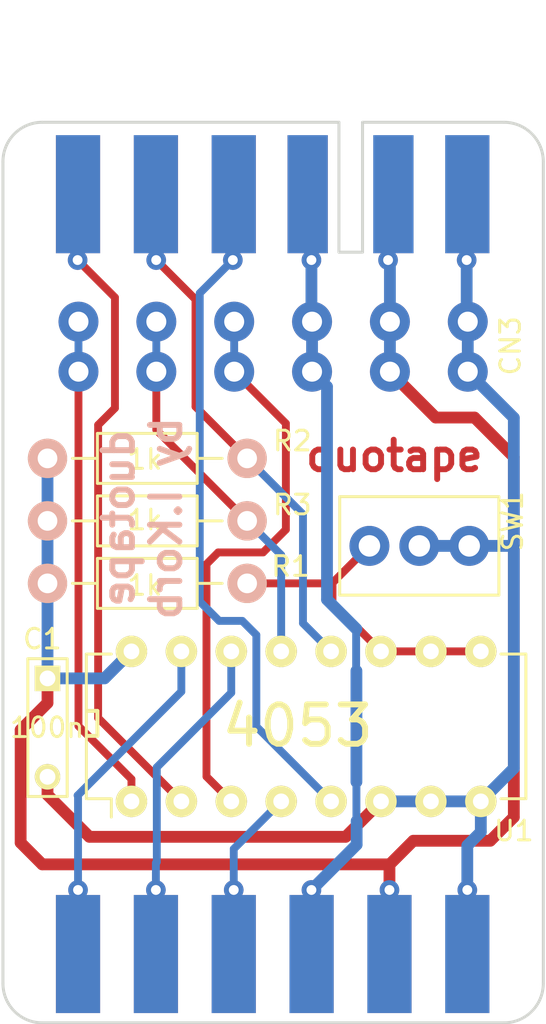
<source format=kicad_pcb>
(kicad_pcb (version 4) (host pcbnew 4.0.5)

  (general
    (links 50)
    (no_connects 0)
    (area 109.924999 66.776285 138.9744 120.825001)
    (thickness 1.6)
    (drawings 18)
    (tracks 158)
    (zones 0)
    (modules 9)
    (nets 14)
  )

  (page A4)
  (layers
    (0 F.Cu signal)
    (31 B.Cu signal)
    (32 B.Adhes user)
    (33 F.Adhes user)
    (34 B.Paste user)
    (35 F.Paste user)
    (36 B.SilkS user)
    (37 F.SilkS user)
    (38 B.Mask user)
    (39 F.Mask user)
    (40 Dwgs.User user)
    (41 Cmts.User user)
    (42 Eco1.User user)
    (43 Eco2.User user)
    (44 Edge.Cuts user)
    (45 Margin user)
    (46 B.CrtYd user)
    (47 F.CrtYd user)
    (48 B.Fab user)
    (49 F.Fab user)
  )

  (setup
    (last_trace_width 0.4)
    (trace_clearance 0.25)
    (zone_clearance 0.508)
    (zone_45_only no)
    (trace_min 0.2)
    (segment_width 0.2)
    (edge_width 0.15)
    (via_size 1)
    (via_drill 0.5)
    (via_min_size 0.4)
    (via_min_drill 0.3)
    (uvia_size 0.3)
    (uvia_drill 0.1)
    (uvias_allowed no)
    (uvia_min_size 0.2)
    (uvia_min_drill 0.1)
    (pcb_text_width 0.3)
    (pcb_text_size 1.5 1.5)
    (mod_edge_width 0.15)
    (mod_text_size 1 1)
    (mod_text_width 0.15)
    (pad_size 2.05 6)
    (pad_drill 0)
    (pad_to_mask_clearance 0.2)
    (aux_axis_origin 0 0)
    (visible_elements 7FFFFFFF)
    (pcbplotparams
      (layerselection 0x010f0_80000001)
      (usegerberextensions true)
      (excludeedgelayer true)
      (linewidth 0.100000)
      (plotframeref false)
      (viasonmask false)
      (mode 1)
      (useauxorigin false)
      (hpglpennumber 1)
      (hpglpenspeed 20)
      (hpglpendiameter 15)
      (hpglpenoverlay 2)
      (psnegative false)
      (psa4output false)
      (plotreference true)
      (plotvalue true)
      (plotinvisibletext false)
      (padsonsilk false)
      (subtractmaskfromsilk false)
      (outputformat 1)
      (mirror false)
      (drillshape 0)
      (scaleselection 1)
      (outputdirectory gerber/))
  )

  (net 0 "")
  (net 1 +5V)
  (net 2 GND)
  (net 3 /Motor_C64)
  (net 4 /Read_C64)
  (net 5 /Write_C64)
  (net 6 /Sense_C64)
  (net 7 /Read_A)
  (net 8 /Write_A)
  (net 9 /Sense_A)
  (net 10 /Read_B)
  (net 11 /Write_B)
  (net 12 /Sense_B)
  (net 13 "Net-(R1-Pad2)")

  (net_class Default "This is the default net class."
    (clearance 0.25)
    (trace_width 0.4)
    (via_dia 1)
    (via_drill 0.5)
    (uvia_dia 0.3)
    (uvia_drill 0.1)
    (add_net /Read_A)
    (add_net /Read_B)
    (add_net /Read_C64)
    (add_net /Sense_A)
    (add_net /Sense_B)
    (add_net /Sense_C64)
    (add_net /Write_A)
    (add_net /Write_B)
    (add_net /Write_C64)
    (add_net "Net-(R1-Pad2)")
  )

  (net_class Power ""
    (clearance 0.25)
    (trace_width 0.6)
    (via_dia 1)
    (via_drill 0.5)
    (uvia_dia 0.3)
    (uvia_drill 0.1)
    (add_net +5V)
    (add_net /Motor_C64)
    (add_net GND)
  )

  (module Resistors_ThroughHole:Resistor_Horizontal_RM10mm (layer F.Cu) (tedit 5A0B619A) (tstamp 5A0B3E34)
    (at 112.268 92.075)
    (descr "Resistor, Axial,  RM 10mm, 1/3W")
    (tags "Resistor Axial RM 10mm 1/3W")
    (path /5A0B217A)
    (fp_text reference R2 (at 12.46 -0.887) (layer F.SilkS)
      (effects (font (size 1 1) (thickness 0.15)))
    )
    (fp_text value 1k (at 4.95 0.05) (layer F.SilkS)
      (effects (font (size 1 1) (thickness 0.15)))
    )
    (fp_line (start -1.25 -1.5) (end 11.4 -1.5) (layer F.CrtYd) (width 0.05))
    (fp_line (start -1.25 1.5) (end -1.25 -1.5) (layer F.CrtYd) (width 0.05))
    (fp_line (start 11.4 -1.5) (end 11.4 1.5) (layer F.CrtYd) (width 0.05))
    (fp_line (start -1.25 1.5) (end 11.4 1.5) (layer F.CrtYd) (width 0.05))
    (fp_line (start 2.54 -1.27) (end 7.62 -1.27) (layer F.SilkS) (width 0.15))
    (fp_line (start 7.62 -1.27) (end 7.62 1.27) (layer F.SilkS) (width 0.15))
    (fp_line (start 7.62 1.27) (end 2.54 1.27) (layer F.SilkS) (width 0.15))
    (fp_line (start 2.54 1.27) (end 2.54 -1.27) (layer F.SilkS) (width 0.15))
    (fp_line (start 2.54 0) (end 1.27 0) (layer F.SilkS) (width 0.15))
    (fp_line (start 7.62 0) (end 8.89 0) (layer F.SilkS) (width 0.15))
    (pad 1 thru_hole circle (at 0 0) (size 1.99898 1.99898) (drill 1.00076) (layers *.Cu *.SilkS *.Mask)
      (net 1 +5V))
    (pad 2 thru_hole circle (at 10.16 0) (size 1.99898 1.99898) (drill 1.00076) (layers *.Cu *.SilkS *.Mask)
      (net 8 /Write_A))
    (model Resistors_ThroughHole.3dshapes/Resistor_Horizontal_RM10mm.wrl
      (at (xyz 0 0 0))
      (scale (xyz 0.4 0.4 0.4))
      (rotate (xyz 0 0 0))
    )
  )

  (module edgeconn_6x2:EDGECONN_6x2_IMP placed (layer F.Cu) (tedit 52765309) (tstamp 5A0B3E04)
    (at 123.6 117 180)
    (path /5A0B4018)
    (fp_text reference CN1 (at 0 4.5 180) (layer F.SilkS) hide
      (effects (font (size 1 1) (thickness 0.15)))
    )
    (fp_text value EDGECONN_6X2 (at -14.2494 5.588 270) (layer F.SilkS) hide
      (effects (font (size 1 1) (thickness 0.15)))
    )
    (pad 1 smd rect (at -10.033 -0.254 180) (size 2.25 6) (layers F.Cu F.Paste F.Mask)
      (net 2 GND))
    (pad 2 smd rect (at -6.0706 -0.254 180) (size 2.25 6) (layers F.Cu F.Paste F.Mask)
      (net 1 +5V))
    (pad 3 smd rect (at -2.1082 -0.254 180) (size 2.25 6) (layers F.Cu F.Paste F.Mask)
      (net 3 /Motor_C64))
    (pad 4 smd rect (at 1.8542 -0.254 180) (size 2.25 6) (layers F.Cu F.Paste F.Mask)
      (net 4 /Read_C64))
    (pad 5 smd rect (at 5.8166 -0.254 180) (size 2.25 6) (layers F.Cu F.Paste F.Mask)
      (net 5 /Write_C64))
    (pad 6 smd rect (at 9.779 -0.254 180) (size 2.25 6) (layers F.Cu F.Paste F.Mask)
      (net 6 /Sense_C64))
    (pad A smd rect (at -10.033 -0.254 180) (size 2.25 6) (layers B.Cu B.Paste B.Mask)
      (net 2 GND))
    (pad B smd rect (at -6.0706 -0.254 180) (size 2.25 6) (layers B.Cu B.Paste B.Mask)
      (net 1 +5V))
    (pad C smd rect (at -2.1082 -0.254 180) (size 2.25 6) (layers B.Cu B.Paste B.Mask)
      (net 3 /Motor_C64))
    (pad D smd rect (at 1.8542 -0.254 180) (size 2.25 6) (layers B.Cu B.Paste B.Mask)
      (net 4 /Read_C64))
    (pad E smd rect (at 5.8166 -0.254 180) (size 2.25 6) (layers B.Cu B.Paste B.Mask)
      (net 5 /Write_C64))
    (pad F smd rect (at 9.779 -0.254 180) (size 2.25 6) (layers B.Cu B.Paste B.Mask)
      (net 6 /Sense_C64))
  )

  (module Capacitors_ThroughHole:C_Rect_L7_W2_P5 (layer F.Cu) (tedit 5A0B617E) (tstamp 5A0B3DF4)
    (at 112.268 103.251 270)
    (descr "Film Capacitor Length 7 x Width 2mm, Pitch 5mm")
    (tags Capacitor)
    (path /5A0B20F7)
    (fp_text reference C1 (at -2.001 0.268 360) (layer F.SilkS)
      (effects (font (size 1 1) (thickness 0.15)))
    )
    (fp_text value 100n (at 2.5 0.018 360) (layer F.SilkS)
      (effects (font (size 1 1) (thickness 0.15)))
    )
    (fp_line (start -1.25 -1.25) (end 6.25 -1.25) (layer F.CrtYd) (width 0.05))
    (fp_line (start 6.25 -1.25) (end 6.25 1.25) (layer F.CrtYd) (width 0.05))
    (fp_line (start 6.25 1.25) (end -1.25 1.25) (layer F.CrtYd) (width 0.05))
    (fp_line (start -1.25 1.25) (end -1.25 -1.25) (layer F.CrtYd) (width 0.05))
    (fp_line (start -1 -1) (end 6 -1) (layer F.SilkS) (width 0.15))
    (fp_line (start 6 -1) (end 6 1) (layer F.SilkS) (width 0.15))
    (fp_line (start 6 1) (end -1 1) (layer F.SilkS) (width 0.15))
    (fp_line (start -1 1) (end -1 -1) (layer F.SilkS) (width 0.15))
    (pad 1 thru_hole rect (at 0 0 270) (size 1.3 1.3) (drill 0.8) (layers *.Cu *.Mask F.SilkS)
      (net 1 +5V))
    (pad 2 thru_hole circle (at 5 0 270) (size 1.3 1.3) (drill 0.8) (layers *.Cu *.Mask F.SilkS)
      (net 2 GND))
    (model Capacitors_ThroughHole.3dshapes/C_Rect_L7_W2_P5.wrl
      (at (xyz 0.098425 0 0))
      (scale (xyz 1 1 1))
      (rotate (xyz 0 0 0))
    )
  )

  (module edgeconn_6x2:EDGECONN_6x2_IMP placed (layer F.Cu) (tedit 5A0B60AD) (tstamp 5A0B3E14)
    (at 123.6 78.4 180)
    (path /5A0B4998)
    (fp_text reference CN2 (at 0 4.5 180) (layer F.SilkS) hide
      (effects (font (size 1 1) (thickness 0.15)))
    )
    (fp_text value EDGECONN_6X2 (at -14.2494 5.588 270) (layer F.SilkS) hide
      (effects (font (size 1 1) (thickness 0.15)))
    )
    (pad 1 smd rect (at -10.033 -0.254 180) (size 2.25 6) (layers F.Cu F.Paste F.Mask)
      (net 2 GND))
    (pad 2 smd rect (at -6.0706 -0.254 180) (size 2.05 6) (drill (offset -0.2 0)) (layers F.Cu F.Paste F.Mask)
      (net 1 +5V))
    (pad 3 smd rect (at -2.1082 -0.254 180) (size 2.05 6) (drill (offset 0.2 0)) (layers F.Cu F.Paste F.Mask)
      (net 3 /Motor_C64))
    (pad 4 smd rect (at 1.8542 -0.254 180) (size 2.25 6) (layers F.Cu F.Paste F.Mask)
      (net 7 /Read_A))
    (pad 5 smd rect (at 5.8166 -0.254 180) (size 2.25 6) (layers F.Cu F.Paste F.Mask)
      (net 8 /Write_A))
    (pad 6 smd rect (at 9.779 -0.254 180) (size 2.25 6) (layers F.Cu F.Paste F.Mask)
      (net 9 /Sense_A))
    (pad A smd rect (at -10.033 -0.254 180) (size 2.25 6) (layers B.Cu B.Paste B.Mask)
      (net 2 GND))
    (pad B smd rect (at -6.0706 -0.254 180) (size 2.05 6) (drill (offset -0.2 0)) (layers B.Cu B.Paste B.Mask)
      (net 1 +5V))
    (pad C smd rect (at -2.1082 -0.254 180) (size 2.05 6) (drill (offset 0.2 0)) (layers B.Cu B.Paste B.Mask)
      (net 3 /Motor_C64))
    (pad D smd rect (at 1.8542 -0.254 180) (size 2.25 6) (layers B.Cu B.Paste B.Mask)
      (net 7 /Read_A))
    (pad E smd rect (at 5.8166 -0.254 180) (size 2.25 6) (layers B.Cu B.Paste B.Mask)
      (net 8 /Write_A))
    (pad F smd rect (at 9.779 -0.254 180) (size 2.25 6) (layers B.Cu B.Paste B.Mask)
      (net 9 /Sense_A))
  )

  (module Resistors_ThroughHole:Resistor_Horizontal_RM10mm (layer F.Cu) (tedit 5A0B61A1) (tstamp 5A0B3E2E)
    (at 112.268 98.425)
    (descr "Resistor, Axial,  RM 10mm, 1/3W")
    (tags "Resistor Axial RM 10mm 1/3W")
    (path /5A0B22DF)
    (fp_text reference R1 (at 12.37 -0.864) (layer F.SilkS)
      (effects (font (size 1 1) (thickness 0.15)))
    )
    (fp_text value 1k (at 4.95 0.1) (layer F.SilkS)
      (effects (font (size 1 1) (thickness 0.15)))
    )
    (fp_line (start -1.25 -1.5) (end 11.4 -1.5) (layer F.CrtYd) (width 0.05))
    (fp_line (start -1.25 1.5) (end -1.25 -1.5) (layer F.CrtYd) (width 0.05))
    (fp_line (start 11.4 -1.5) (end 11.4 1.5) (layer F.CrtYd) (width 0.05))
    (fp_line (start -1.25 1.5) (end 11.4 1.5) (layer F.CrtYd) (width 0.05))
    (fp_line (start 2.54 -1.27) (end 7.62 -1.27) (layer F.SilkS) (width 0.15))
    (fp_line (start 7.62 -1.27) (end 7.62 1.27) (layer F.SilkS) (width 0.15))
    (fp_line (start 7.62 1.27) (end 2.54 1.27) (layer F.SilkS) (width 0.15))
    (fp_line (start 2.54 1.27) (end 2.54 -1.27) (layer F.SilkS) (width 0.15))
    (fp_line (start 2.54 0) (end 1.27 0) (layer F.SilkS) (width 0.15))
    (fp_line (start 7.62 0) (end 8.89 0) (layer F.SilkS) (width 0.15))
    (pad 1 thru_hole circle (at 0 0) (size 1.99898 1.99898) (drill 1.00076) (layers *.Cu *.SilkS *.Mask)
      (net 1 +5V))
    (pad 2 thru_hole circle (at 10.16 0) (size 1.99898 1.99898) (drill 1.00076) (layers *.Cu *.SilkS *.Mask)
      (net 13 "Net-(R1-Pad2)"))
    (model Resistors_ThroughHole.3dshapes/Resistor_Horizontal_RM10mm.wrl
      (at (xyz 0 0 0))
      (scale (xyz 0.4 0.4 0.4))
      (rotate (xyz 0 0 0))
    )
  )

  (module Resistors_ThroughHole:Resistor_Horizontal_RM10mm (layer F.Cu) (tedit 5A0B619E) (tstamp 5A0B3E3A)
    (at 112.268 95.25)
    (descr "Resistor, Axial,  RM 10mm, 1/3W")
    (tags "Resistor Axial RM 10mm 1/3W")
    (path /5A0B2241)
    (fp_text reference R3 (at 12.46 -0.812) (layer F.SilkS)
      (effects (font (size 1 1) (thickness 0.15)))
    )
    (fp_text value 1k (at 4.95 -0.05) (layer F.SilkS)
      (effects (font (size 1 1) (thickness 0.15)))
    )
    (fp_line (start -1.25 -1.5) (end 11.4 -1.5) (layer F.CrtYd) (width 0.05))
    (fp_line (start -1.25 1.5) (end -1.25 -1.5) (layer F.CrtYd) (width 0.05))
    (fp_line (start 11.4 -1.5) (end 11.4 1.5) (layer F.CrtYd) (width 0.05))
    (fp_line (start -1.25 1.5) (end 11.4 1.5) (layer F.CrtYd) (width 0.05))
    (fp_line (start 2.54 -1.27) (end 7.62 -1.27) (layer F.SilkS) (width 0.15))
    (fp_line (start 7.62 -1.27) (end 7.62 1.27) (layer F.SilkS) (width 0.15))
    (fp_line (start 7.62 1.27) (end 2.54 1.27) (layer F.SilkS) (width 0.15))
    (fp_line (start 2.54 1.27) (end 2.54 -1.27) (layer F.SilkS) (width 0.15))
    (fp_line (start 2.54 0) (end 1.27 0) (layer F.SilkS) (width 0.15))
    (fp_line (start 7.62 0) (end 8.89 0) (layer F.SilkS) (width 0.15))
    (pad 1 thru_hole circle (at 0 0) (size 1.99898 1.99898) (drill 1.00076) (layers *.Cu *.SilkS *.Mask)
      (net 1 +5V))
    (pad 2 thru_hole circle (at 10.16 0) (size 1.99898 1.99898) (drill 1.00076) (layers *.Cu *.SilkS *.Mask)
      (net 11 /Write_B))
    (model Resistors_ThroughHole.3dshapes/Resistor_Horizontal_RM10mm.wrl
      (at (xyz 0 0 0))
      (scale (xyz 0.4 0.4 0.4))
      (rotate (xyz 0 0 0))
    )
  )

  (module Housings_DIP:DIP-16_W7.62mm (layer F.Cu) (tedit 5A0B6170) (tstamp 5A0B3E54)
    (at 116.54 109.5 90)
    (descr "16-lead dip package, row spacing 7.62 mm (300 mils)")
    (tags "dil dip 2.54 300")
    (path /5A0B2088)
    (fp_text reference U1 (at -1.5 19.46 180) (layer F.SilkS)
      (effects (font (size 1 1) (thickness 0.15)))
    )
    (fp_text value 4053 (at 3.836 8.46 180) (layer F.SilkS)
      (effects (font (size 2 2) (thickness 0.3)))
    )
    (fp_line (start -1.05 -2.45) (end -1.05 20.25) (layer F.CrtYd) (width 0.05))
    (fp_line (start 8.65 -2.45) (end 8.65 20.25) (layer F.CrtYd) (width 0.05))
    (fp_line (start -1.05 -2.45) (end 8.65 -2.45) (layer F.CrtYd) (width 0.05))
    (fp_line (start -1.05 20.25) (end 8.65 20.25) (layer F.CrtYd) (width 0.05))
    (fp_line (start 0.135 -2.295) (end 0.135 -1.025) (layer F.SilkS) (width 0.15))
    (fp_line (start 7.485 -2.295) (end 7.485 -1.025) (layer F.SilkS) (width 0.15))
    (fp_line (start 7.485 20.075) (end 7.485 18.805) (layer F.SilkS) (width 0.15))
    (fp_line (start 0.135 20.075) (end 0.135 18.805) (layer F.SilkS) (width 0.15))
    (fp_line (start 0.135 -2.295) (end 7.485 -2.295) (layer F.SilkS) (width 0.15))
    (fp_line (start 0.135 20.075) (end 7.485 20.075) (layer F.SilkS) (width 0.15))
    (fp_line (start 0.135 -1.025) (end -0.8 -1.025) (layer F.SilkS) (width 0.15))
    (pad 1 thru_hole oval (at 0 0 90) (size 1.6 1.6) (drill 0.8) (layers *.Cu *.Mask F.SilkS)
      (net 12 /Sense_B))
    (pad 2 thru_hole oval (at 0 2.54 90) (size 1.6 1.6) (drill 0.8) (layers *.Cu *.Mask F.SilkS)
      (net 9 /Sense_A))
    (pad 3 thru_hole oval (at 0 5.08 90) (size 1.6 1.6) (drill 0.8) (layers *.Cu *.Mask F.SilkS)
      (net 10 /Read_B))
    (pad 4 thru_hole oval (at 0 7.62 90) (size 1.6 1.6) (drill 0.8) (layers *.Cu *.Mask F.SilkS)
      (net 4 /Read_C64))
    (pad 5 thru_hole oval (at 0 10.16 90) (size 1.6 1.6) (drill 0.8) (layers *.Cu *.Mask F.SilkS)
      (net 7 /Read_A))
    (pad 6 thru_hole oval (at 0 12.7 90) (size 1.6 1.6) (drill 0.8) (layers *.Cu *.Mask F.SilkS)
      (net 2 GND))
    (pad 7 thru_hole oval (at 0 15.24 90) (size 1.6 1.6) (drill 0.8) (layers *.Cu *.Mask F.SilkS)
      (net 2 GND))
    (pad 8 thru_hole oval (at 0 17.78 90) (size 1.6 1.6) (drill 0.8) (layers *.Cu *.Mask F.SilkS)
      (net 2 GND))
    (pad 9 thru_hole oval (at 7.62 17.78 90) (size 1.6 1.6) (drill 0.8) (layers *.Cu *.Mask F.SilkS)
      (net 13 "Net-(R1-Pad2)"))
    (pad 10 thru_hole oval (at 7.62 15.24 90) (size 1.6 1.6) (drill 0.8) (layers *.Cu *.Mask F.SilkS)
      (net 13 "Net-(R1-Pad2)"))
    (pad 11 thru_hole oval (at 7.62 12.7 90) (size 1.6 1.6) (drill 0.8) (layers *.Cu *.Mask F.SilkS)
      (net 13 "Net-(R1-Pad2)"))
    (pad 12 thru_hole oval (at 7.62 10.16 90) (size 1.6 1.6) (drill 0.8) (layers *.Cu *.Mask F.SilkS)
      (net 8 /Write_A))
    (pad 13 thru_hole oval (at 7.62 7.62 90) (size 1.6 1.6) (drill 0.8) (layers *.Cu *.Mask F.SilkS)
      (net 11 /Write_B))
    (pad 14 thru_hole oval (at 7.62 5.08 90) (size 1.6 1.6) (drill 0.8) (layers *.Cu *.Mask F.SilkS)
      (net 5 /Write_C64))
    (pad 15 thru_hole oval (at 7.62 2.54 90) (size 1.6 1.6) (drill 0.8) (layers *.Cu *.Mask F.SilkS)
      (net 6 /Sense_C64))
    (pad 16 thru_hole oval (at 7.62 0 90) (size 1.6 1.6) (drill 0.8) (layers *.Cu *.Mask F.SilkS)
      (net 1 +5V))
    (model Housings_DIP.3dshapes/DIP-16_W7.62mm.wrl
      (at (xyz 0 0 0))
      (scale (xyz 1 1 1))
      (rotate (xyz 0 0 0))
    )
  )

  (module VERTCONN_6X2:VERTCONN_6X2 (layer F.Cu) (tedit 5A0B61AE) (tstamp 5A0B5804)
    (at 123.75 86.4)
    (path /5A0B774A)
    (fp_text reference CN3 (at 12.0765 -0.04 90) (layer F.SilkS)
      (effects (font (size 1 1) (thickness 0.15)))
    )
    (fp_text value EDGECONN_6X2 (at 0.1385 -12.4) (layer F.Fab) hide
      (effects (font (size 1 1) (thickness 0.15)))
    )
    (pad 1 thru_hole circle (at 9.906 1.27) (size 2.032 2.032) (drill 1.016) (layers *.Cu *.Mask)
      (net 2 GND))
    (pad 2 thru_hole circle (at 5.9436 1.27) (size 2.032 2.032) (drill 1.016) (layers *.Cu *.Mask)
      (net 1 +5V))
    (pad 3 thru_hole circle (at 1.9812 1.27) (size 2.032 2.032) (drill 1.016) (layers *.Cu *.Mask)
      (net 3 /Motor_C64))
    (pad 4 thru_hole circle (at -1.9812 1.27) (size 2.032 2.032) (drill 1.016) (layers *.Cu *.Mask)
      (net 10 /Read_B))
    (pad 5 thru_hole circle (at -5.9436 1.27) (size 2.032 2.032) (drill 1.016) (layers *.Cu *.Mask)
      (net 11 /Write_B))
    (pad 6 thru_hole circle (at -9.906 1.27) (size 2.032 2.032) (drill 1.016) (layers *.Cu *.Mask)
      (net 12 /Sense_B))
    (pad A thru_hole circle (at 9.906 -1.27) (size 2.032 2.032) (drill 1.016) (layers *.Cu *.Mask)
      (net 2 GND))
    (pad B thru_hole circle (at 5.9436 -1.27) (size 2.032 2.032) (drill 1.016) (layers *.Cu *.Mask)
      (net 1 +5V))
    (pad C thru_hole circle (at 1.9812 -1.27) (size 2.032 2.032) (drill 1.016) (layers *.Cu *.Mask)
      (net 3 /Motor_C64))
    (pad D thru_hole circle (at -1.9812 -1.27) (size 2.032 2.032) (drill 1.016) (layers *.Cu *.Mask)
      (net 10 /Read_B))
    (pad E thru_hole circle (at -5.9436 -1.27) (size 2.032 2.032) (drill 1.016) (layers *.Cu *.Mask)
      (net 11 /Write_B))
    (pad F thru_hole circle (at -9.906 -1.27) (size 2.032 2.032) (drill 1.016) (layers *.Cu *.Mask)
      (net 12 /Sense_B))
  )

  (module Switch_TL36P0:Switch_TL36P0 (layer F.Cu) (tedit 5A0B854C) (tstamp 5A0B8508)
    (at 131.191 96.52)
    (path /5A0B8CB0)
    (fp_text reference SW1 (at 4.75 -1.25 90) (layer F.SilkS)
      (effects (font (size 1 1) (thickness 0.15)))
    )
    (fp_text value SW_SPDT (at 0 -3.81) (layer F.Fab) hide
      (effects (font (size 1 1) (thickness 0.15)))
    )
    (fp_line (start -4.05 2.5) (end 4.05 2.5) (layer F.SilkS) (width 0.15))
    (fp_line (start -4.05 -2.5) (end 4.05 -2.5) (layer F.SilkS) (width 0.15))
    (fp_line (start -4.05 -2.5) (end -4.05 2.5) (layer F.SilkS) (width 0.15))
    (fp_line (start 4.05 -2.5) (end 4.05 2.5) (layer F.SilkS) (width 0.15))
    (pad 1 thru_hole circle (at -2.54 0) (size 2.032 2.032) (drill 1.0922) (layers *.Cu *.Mask)
      (net 13 "Net-(R1-Pad2)"))
    (pad 2 thru_hole circle (at 0 0) (size 2.032 2.032) (drill 1.0922) (layers *.Cu *.Mask)
      (net 2 GND))
    (pad 3 thru_hole circle (at 2.54 0) (size 2.032 2.032) (drill 1.0922) (layers *.Cu *.Mask)
      (net 2 GND))
  )

  (gr_text "duotape\nby I.Korb" (at 117.094 95.123 90) (layer B.SilkS)
    (effects (font (size 1.5 1.5) (thickness 0.3)) (justify mirror))
  )
  (gr_text duotape (at 129.921 91.948 360) (layer F.Cu)
    (effects (font (size 1.5 1.5) (thickness 0.3)))
  )
  (gr_line (start 114.808 106.172) (end 114.3 106.172) (layer F.SilkS) (width 0.2))
  (gr_line (start 114.808 104.902) (end 114.808 106.172) (layer F.SilkS) (width 0.2))
  (gr_line (start 114.3 104.902) (end 114.808 104.902) (layer F.SilkS) (width 0.2))
  (gr_line (start 110 77) (end 110 118.75) (layer Edge.Cuts) (width 0.15))
  (dimension 27.5 (width 0.3) (layer Dwgs.User)
    (gr_text "27,500 mm" (at 123.75 70.642572) (layer Dwgs.User)
      (effects (font (size 1.5 1.5) (thickness 0.3)))
    )
    (feature1 (pts (xy 137.5 74.992572) (xy 137.5 69.292572)))
    (feature2 (pts (xy 110 74.992572) (xy 110 69.292572)))
    (crossbar (pts (xy 110 71.992572) (xy 137.5 71.992572)))
    (arrow1a (pts (xy 137.5 71.992572) (xy 136.373496 72.578993)))
    (arrow1b (pts (xy 137.5 71.992572) (xy 136.373496 71.406151)))
    (arrow2a (pts (xy 110 71.992572) (xy 111.126504 72.578993)))
    (arrow2b (pts (xy 110 71.992572) (xy 111.126504 71.406151)))
  )
  (gr_line (start 137.5 118.75) (end 137.5 77) (layer Edge.Cuts) (width 0.15))
  (gr_line (start 135.5 120.75) (end 112 120.75) (layer Edge.Cuts) (width 0.15))
  (gr_arc (start 135.5 118.75) (end 137.5 118.75) (angle 90) (layer Edge.Cuts) (width 0.15))
  (gr_arc (start 112 118.75) (end 112 120.75) (angle 90) (layer Edge.Cuts) (width 0.15))
  (gr_line (start 135.5 75) (end 128.3 75) (layer Edge.Cuts) (width 0.15))
  (gr_line (start 127.1 75) (end 112 75) (layer Edge.Cuts) (width 0.15))
  (gr_line (start 127.1 81.6) (end 127.1 75) (layer Edge.Cuts) (width 0.15))
  (gr_line (start 128.3 81.6) (end 127.1 81.6) (layer Edge.Cuts) (width 0.15))
  (gr_line (start 128.3 75) (end 128.3 81.6) (layer Edge.Cuts) (width 0.15))
  (gr_arc (start 135.5 77) (end 135.5 75) (angle 90) (layer Edge.Cuts) (width 0.15))
  (gr_arc (start 112 77) (end 110 77) (angle 90) (layer Edge.Cuts) (width 0.15))

  (segment (start 112.268 98.425) (end 112.268 103.251) (width 0.6) (layer B.Cu) (net 1) (status 30))
  (segment (start 112.268 95.25) (end 112.268 98.425) (width 0.6) (layer B.Cu) (net 1) (status 30))
  (segment (start 112.268 92.075) (end 112.268 95.25) (width 0.6) (layer B.Cu) (net 1) (status 30))
  (segment (start 136 110.3) (end 136 92) (width 0.6) (layer F.Cu) (net 1))
  (segment (start 136 92) (end 134 90) (width 0.6) (layer F.Cu) (net 1))
  (segment (start 134.8 111.5) (end 136 110.3) (width 0.6) (layer F.Cu) (net 1))
  (segment (start 129.6706 114) (end 129.6706 117.254) (width 0.6) (layer F.Cu) (net 1) (status 20))
  (segment (start 129.6706 117.254) (end 129.6706 114) (width 0.6) (layer B.Cu) (net 1) (status 10))
  (segment (start 112.268 103.251) (end 115.169 103.251) (width 0.6) (layer B.Cu) (net 1) (status 10))
  (segment (start 115.169 103.251) (end 116.54 101.88) (width 0.6) (layer B.Cu) (net 1) (status 20))
  (segment (start 129.6706 112.7) (end 129.683511 112.7) (width 0.6) (layer F.Cu) (net 1))
  (segment (start 129.683511 112.7) (end 130.883511 111.5) (width 0.6) (layer F.Cu) (net 1))
  (segment (start 130.883511 111.5) (end 134.8 111.5) (width 0.6) (layer F.Cu) (net 1))
  (segment (start 134 90) (end 132.0236 90) (width 0.6) (layer F.Cu) (net 1))
  (segment (start 132.0236 90) (end 129.6936 87.67) (width 0.6) (layer F.Cu) (net 1) (status 20))
  (segment (start 129.6706 117.254) (end 129.6706 112.7) (width 0.6) (layer F.Cu) (net 1) (status 10))
  (segment (start 110.9 111.6) (end 112 112.7) (width 0.6) (layer F.Cu) (net 1))
  (segment (start 112 112.7) (end 129.6706 112.7) (width 0.6) (layer F.Cu) (net 1))
  (segment (start 110.9 105.869) (end 110.9 111.6) (width 0.6) (layer F.Cu) (net 1))
  (segment (start 112.268 103.251) (end 112.268 104.501) (width 0.6) (layer F.Cu) (net 1) (status 10))
  (segment (start 112.268 104.501) (end 110.9 105.869) (width 0.6) (layer F.Cu) (net 1))
  (via (at 129.6706 114) (size 1) (drill 0.5) (layers F.Cu B.Cu) (net 1))
  (segment (start 129.6936 85.13) (end 129.6936 82.0936) (width 0.6) (layer B.Cu) (net 1) (status 10))
  (segment (start 129.6936 82.0936) (end 129.6 82) (width 0.6) (layer B.Cu) (net 1))
  (segment (start 129.6936 87.67) (end 129.6936 85.13) (width 0.6) (layer B.Cu) (net 1) (status 30))
  (segment (start 129.6 82) (end 129.6 78.7246) (width 0.6) (layer F.Cu) (net 1) (status 20))
  (segment (start 129.6 78.7246) (end 129.6706 78.654) (width 0.6) (layer F.Cu) (net 1) (status 30))
  (segment (start 129.6706 78.654) (end 129.6706 81.9294) (width 0.6) (layer B.Cu) (net 1) (status 10))
  (segment (start 129.6706 81.9294) (end 129.6 82) (width 0.6) (layer B.Cu) (net 1))
  (via (at 129.6 82) (size 1) (drill 0.5) (layers F.Cu B.Cu) (net 1))
  (segment (start 136 107.82) (end 136 96.52) (width 0.6) (layer B.Cu) (net 2))
  (segment (start 136 96.52) (end 136 90.014) (width 0.6) (layer B.Cu) (net 2))
  (segment (start 133.731 96.52) (end 136 96.52) (width 0.6) (layer B.Cu) (net 2) (status 10))
  (segment (start 131.191 96.52) (end 133.731 96.52) (width 0.6) (layer B.Cu) (net 2) (status 30))
  (segment (start 136 90.014) (end 133.656 87.67) (width 0.6) (layer B.Cu) (net 2) (status 20))
  (segment (start 134.32 109.5) (end 136 107.82) (width 0.6) (layer B.Cu) (net 2) (status 10))
  (segment (start 133.633 111.742452) (end 133.633 114) (width 0.6) (layer B.Cu) (net 2))
  (segment (start 133.633 114) (end 133.633 117.254) (width 0.6) (layer B.Cu) (net 2) (status 20))
  (segment (start 133.633 117.254) (end 133.633 114) (width 0.6) (layer F.Cu) (net 2) (status 10))
  (via (at 133.633 114) (size 1) (drill 0.5) (layers F.Cu B.Cu) (net 2))
  (segment (start 114.397762 111.3) (end 127.44 111.3) (width 0.6) (layer F.Cu) (net 2))
  (segment (start 127.44 111.3) (end 129.24 109.5) (width 0.6) (layer F.Cu) (net 2) (status 20))
  (segment (start 112.268 108.251) (end 112.268 109.170238) (width 0.6) (layer F.Cu) (net 2) (status 10))
  (segment (start 112.268 109.170238) (end 114.397762 111.3) (width 0.6) (layer F.Cu) (net 2))
  (segment (start 133.656 85.13) (end 133.656 87.67) (width 0.6) (layer B.Cu) (net 2) (status 30))
  (segment (start 133.6 82) (end 133.6 85.074) (width 0.6) (layer B.Cu) (net 2) (status 20))
  (segment (start 133.6 85.074) (end 133.656 85.13) (width 0.6) (layer B.Cu) (net 2) (status 30))
  (segment (start 133.6 82) (end 133.6 78.687) (width 0.6) (layer B.Cu) (net 2) (status 20))
  (segment (start 133.6 78.687) (end 133.633 78.654) (width 0.6) (layer B.Cu) (net 2) (status 30))
  (segment (start 133.633 78.654) (end 133.633 81.967) (width 0.6) (layer F.Cu) (net 2) (status 10))
  (segment (start 133.633 81.967) (end 133.6 82) (width 0.6) (layer F.Cu) (net 2))
  (via (at 133.6 82) (size 1) (drill 0.5) (layers F.Cu B.Cu) (net 2))
  (segment (start 134.32 111.055452) (end 134.32 109.5) (width 0.6) (layer B.Cu) (net 2) (status 20))
  (segment (start 133.633 111.742452) (end 134.32 111.055452) (width 0.6) (layer B.Cu) (net 2))
  (segment (start 131.78 109.5) (end 129.24 109.5) (width 0.6) (layer B.Cu) (net 2) (status 30))
  (segment (start 134.32 109.5) (end 131.78 109.5) (width 0.6) (layer B.Cu) (net 2) (status 30))
  (segment (start 127.989999 102.87) (end 127.975436 102.855437) (width 0.4) (layer B.Cu) (net 3))
  (segment (start 127.975436 102.855437) (end 127.975436 100.759203) (width 0.4) (layer B.Cu) (net 3))
  (segment (start 127.975436 100.759203) (end 127.989999 100.74464) (width 0.4) (layer B.Cu) (net 3))
  (segment (start 125.7312 87.67) (end 126.492 88.4308) (width 0.6) (layer B.Cu) (net 3) (status 10))
  (segment (start 126.492 88.4308) (end 126.492 99.246641) (width 0.6) (layer B.Cu) (net 3))
  (segment (start 126.492 99.246641) (end 127.989999 100.74464) (width 0.6) (layer B.Cu) (net 3))
  (segment (start 127.989999 108.510001) (end 127.989999 102.87) (width 0.6) (layer B.Cu) (net 3))
  (segment (start 128 110.5) (end 127.989999 110.489999) (width 0.4) (layer B.Cu) (net 3))
  (segment (start 127.989999 110.489999) (end 127.989999 108.510001) (width 0.4) (layer B.Cu) (net 3))
  (segment (start 128 111.7) (end 128 110.5) (width 0.6) (layer B.Cu) (net 3))
  (segment (start 125.7 114) (end 128 111.7) (width 0.6) (layer B.Cu) (net 3))
  (segment (start 125.7 114) (end 125.7 117.2458) (width 0.6) (layer B.Cu) (net 3) (status 20))
  (segment (start 125.7 117.2458) (end 125.7082 117.254) (width 0.6) (layer B.Cu) (net 3) (status 30))
  (segment (start 125.7082 117.254) (end 125.7082 114.0082) (width 0.6) (layer F.Cu) (net 3) (status 10))
  (via (at 125.7 114) (size 1) (drill 0.5) (layers F.Cu B.Cu) (net 3))
  (segment (start 125.7082 114.0082) (end 125.7 114) (width 0.6) (layer F.Cu) (net 3))
  (segment (start 125.7312 85.13) (end 125.7312 87.67) (width 0.6) (layer B.Cu) (net 3) (status 30))
  (segment (start 125.7 82) (end 125.7 85.0988) (width 0.6) (layer B.Cu) (net 3) (status 20))
  (segment (start 125.7 85.0988) (end 125.7312 85.13) (width 0.6) (layer B.Cu) (net 3) (status 30))
  (segment (start 125.7 82) (end 125.7 78.6622) (width 0.4) (layer B.Cu) (net 3) (status 20))
  (segment (start 125.7 78.6622) (end 125.7082 78.654) (width 0.4) (layer B.Cu) (net 3) (status 30))
  (segment (start 125.7082 78.654) (end 125.7082 81.9918) (width 0.4) (layer F.Cu) (net 3) (status 10))
  (segment (start 125.7082 81.9918) (end 125.7 82) (width 0.4) (layer F.Cu) (net 3))
  (via (at 125.7 82) (size 1) (drill 0.5) (layers F.Cu B.Cu) (net 3))
  (segment (start 121.7458 114) (end 121.7458 117.254) (width 0.4) (layer B.Cu) (net 4) (status 20))
  (segment (start 121.7458 117.254) (end 121.7458 114) (width 0.4) (layer F.Cu) (net 4) (status 10))
  (via (at 121.7458 114) (size 1) (drill 0.5) (layers F.Cu B.Cu) (net 4))
  (segment (start 121.7458 117.254) (end 121.7458 111.9142) (width 0.4) (layer B.Cu) (net 4) (status 10))
  (segment (start 121.7458 111.9142) (end 124.16 109.5) (width 0.4) (layer B.Cu) (net 4) (status 20))
  (segment (start 117.7834 117.254) (end 117.7834 114) (width 0.4) (layer B.Cu) (net 5) (status 10))
  (segment (start 117.7834 117.254) (end 117.7834 114) (width 0.4) (layer F.Cu) (net 5) (status 10))
  (via (at 117.7834 114) (size 1) (drill 0.5) (layers F.Cu B.Cu) (net 5))
  (segment (start 117.7834 117.254) (end 117.7834 112.629822) (width 0.4) (layer B.Cu) (net 5) (status 10))
  (segment (start 117.7834 112.629822) (end 117.829999 112.583223) (width 0.4) (layer B.Cu) (net 5))
  (segment (start 117.829999 112.583223) (end 117.829999 107.770001) (width 0.4) (layer B.Cu) (net 5))
  (segment (start 117.829999 107.770001) (end 121.62 103.98) (width 0.4) (layer B.Cu) (net 5))
  (segment (start 121.62 103.98) (end 121.62 101.88) (width 0.4) (layer B.Cu) (net 5) (status 20))
  (segment (start 113.821 117.254) (end 113.821 114) (width 0.4) (layer B.Cu) (net 6) (status 10))
  (segment (start 113.821 117.254) (end 113.821 114) (width 0.4) (layer F.Cu) (net 6) (status 10))
  (via (at 113.821 114) (size 1) (drill 0.5) (layers F.Cu B.Cu) (net 6))
  (segment (start 113.821 117.254) (end 113.821 109.221) (width 0.4) (layer B.Cu) (net 6) (status 10))
  (segment (start 113.821 109.221) (end 113.8 109.2) (width 0.4) (layer B.Cu) (net 6))
  (segment (start 113.8 109.2) (end 119.08 103.92) (width 0.4) (layer B.Cu) (net 6))
  (segment (start 119.08 103.92) (end 119.08 101.88) (width 0.4) (layer B.Cu) (net 6) (status 20))
  (segment (start 121.7 82) (end 120.015 83.685) (width 0.4) (layer B.Cu) (net 7))
  (segment (start 120.015 83.685) (end 120.015 99.342543) (width 0.4) (layer B.Cu) (net 7))
  (segment (start 122.896972 105.696972) (end 126.7 109.5) (width 0.4) (layer B.Cu) (net 7) (status 20))
  (segment (start 120.015 99.342543) (end 121.002457 100.33) (width 0.4) (layer B.Cu) (net 7))
  (segment (start 121.002457 100.33) (end 122.18037 100.33) (width 0.4) (layer B.Cu) (net 7))
  (segment (start 122.18037 100.33) (end 122.896972 101.046602) (width 0.4) (layer B.Cu) (net 7))
  (segment (start 122.896972 101.046602) (end 122.896972 105.696972) (width 0.4) (layer B.Cu) (net 7))
  (segment (start 121.7 82) (end 121.7 78.6998) (width 0.4) (layer F.Cu) (net 7) (status 20))
  (segment (start 121.7 78.6998) (end 121.7458 78.654) (width 0.4) (layer F.Cu) (net 7) (status 30))
  (segment (start 121.7458 78.654) (end 121.7458 81.9542) (width 0.4) (layer B.Cu) (net 7) (status 10))
  (segment (start 121.7458 81.9542) (end 121.7 82) (width 0.4) (layer B.Cu) (net 7))
  (via (at 121.7 82) (size 1) (drill 0.5) (layers F.Cu B.Cu) (net 7))
  (segment (start 122.428 92.075) (end 125.26935 94.91635) (width 0.4) (layer B.Cu) (net 8) (status 10))
  (segment (start 125.26935 94.91635) (end 125.26935 100.44935) (width 0.4) (layer B.Cu) (net 8))
  (segment (start 125.26935 100.44935) (end 126.7 101.88) (width 0.4) (layer B.Cu) (net 8) (status 20))
  (segment (start 122.428 92.075) (end 119.8 89.447) (width 0.4) (layer F.Cu) (net 8) (status 10))
  (segment (start 119.8 89.447) (end 119.8 84) (width 0.4) (layer F.Cu) (net 8))
  (segment (start 119.8 84) (end 117.8 82) (width 0.4) (layer F.Cu) (net 8))
  (segment (start 117.8 82) (end 117.8 78.6706) (width 0.4) (layer B.Cu) (net 8) (status 20))
  (segment (start 117.8 78.6706) (end 117.7834 78.654) (width 0.4) (layer B.Cu) (net 8) (status 30))
  (segment (start 117.7834 78.654) (end 117.7834 81.9834) (width 0.4) (layer F.Cu) (net 8) (status 10))
  (segment (start 117.7834 81.9834) (end 117.8 82) (width 0.4) (layer F.Cu) (net 8))
  (via (at 117.8 82) (size 1) (drill 0.5) (layers F.Cu B.Cu) (net 8))
  (segment (start 113.8 82) (end 115.7 83.9) (width 0.4) (layer F.Cu) (net 9))
  (segment (start 115.7 83.9) (end 115.7 89.520229) (width 0.4) (layer F.Cu) (net 9))
  (segment (start 115.7 89.520229) (end 114.844265 90.375964) (width 0.4) (layer F.Cu) (net 9))
  (segment (start 114.844265 105.264265) (end 119.08 109.5) (width 0.4) (layer F.Cu) (net 9) (status 20))
  (segment (start 114.844265 90.375964) (end 114.844265 105.264265) (width 0.4) (layer F.Cu) (net 9))
  (segment (start 113.8 82) (end 113.8 78.675) (width 0.4) (layer F.Cu) (net 9) (status 20))
  (segment (start 113.8 78.675) (end 113.821 78.654) (width 0.4) (layer F.Cu) (net 9) (status 30))
  (segment (start 113.821 78.654) (end 113.821 81.979) (width 0.4) (layer B.Cu) (net 9) (status 10))
  (segment (start 113.821 81.979) (end 113.8 82) (width 0.4) (layer B.Cu) (net 9))
  (via (at 113.8 82) (size 1) (drill 0.5) (layers F.Cu B.Cu) (net 9))
  (segment (start 121.7688 87.67) (end 124.3988 90.3) (width 0.4) (layer F.Cu) (net 10) (status 10))
  (segment (start 120.358375 97.446625) (end 120.358375 108.238375) (width 0.4) (layer F.Cu) (net 10))
  (segment (start 120.358375 108.238375) (end 121.62 109.5) (width 0.4) (layer F.Cu) (net 10) (status 20))
  (segment (start 124.3988 90.3) (end 124.3988 95.6922) (width 0.4) (layer F.Cu) (net 10))
  (segment (start 124.3988 95.6922) (end 123.238285 96.852715) (width 0.4) (layer F.Cu) (net 10))
  (segment (start 123.238285 96.852715) (end 120.952285 96.852715) (width 0.4) (layer F.Cu) (net 10))
  (segment (start 120.952285 96.852715) (end 120.358375 97.446625) (width 0.4) (layer F.Cu) (net 10))
  (segment (start 121.7688 85.13) (end 121.7688 87.67) (width 0.4) (layer B.Cu) (net 10) (status 30))
  (segment (start 124.16 96.982) (end 124.16 101.88) (width 0.4) (layer B.Cu) (net 11) (status 20))
  (segment (start 122.428 95.25) (end 124.16 96.982) (width 0.4) (layer B.Cu) (net 11) (status 10))
  (segment (start 122.428 95.25) (end 117.8064 90.6284) (width 0.4) (layer F.Cu) (net 11) (status 10))
  (segment (start 117.8064 90.6284) (end 117.8064 87.67) (width 0.4) (layer F.Cu) (net 11) (status 20))
  (segment (start 117.8064 87.67) (end 117.8064 85.13) (width 0.4) (layer B.Cu) (net 11) (status 30))
  (segment (start 116.54 109.5) (end 116.54 108.36863) (width 0.4) (layer F.Cu) (net 12) (status 10))
  (segment (start 116.54 108.36863) (end 113.844 105.67263) (width 0.4) (layer F.Cu) (net 12))
  (segment (start 113.844 105.67263) (end 113.844 87.67) (width 0.4) (layer F.Cu) (net 12) (status 20))
  (segment (start 113.844 85.13) (end 113.844 87.67) (width 0.4) (layer B.Cu) (net 12) (status 30))
  (segment (start 126.771 98.4) (end 126.873 98.298) (width 0.4) (layer F.Cu) (net 13))
  (segment (start 122.428 98.425) (end 126.746 98.425) (width 0.4) (layer F.Cu) (net 13) (status 10))
  (segment (start 126.873 98.298) (end 128.651 96.52) (width 0.4) (layer F.Cu) (net 13) (status 20))
  (segment (start 126.746 98.425) (end 126.873 98.298) (width 0.4) (layer F.Cu) (net 13))
  (segment (start 126.771 98.4) (end 126.771 99.411) (width 0.4) (layer F.Cu) (net 13))
  (segment (start 126.771 99.411) (end 129.24 101.88) (width 0.4) (layer F.Cu) (net 13) (status 20))
  (segment (start 134.32 101.88) (end 131.78 101.88) (width 0.4) (layer F.Cu) (net 13) (status 30))
  (segment (start 129.24 101.88) (end 131.78 101.88) (width 0.4) (layer F.Cu) (net 13) (status 30))

)

</source>
